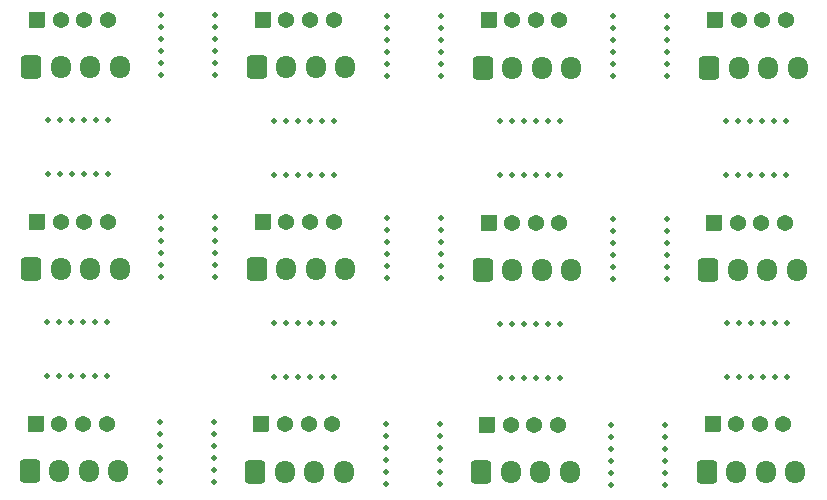
<source format=gbr>
%TF.GenerationSoftware,KiCad,Pcbnew,9.0.2*%
%TF.CreationDate,2025-05-19T21:39:43+01:00*%
%TF.ProjectId,grove_adaptor_panel,67726f76-655f-4616-9461-70746f725f70,rev?*%
%TF.SameCoordinates,Original*%
%TF.FileFunction,Soldermask,Top*%
%TF.FilePolarity,Negative*%
%FSLAX46Y46*%
G04 Gerber Fmt 4.6, Leading zero omitted, Abs format (unit mm)*
G04 Created by KiCad (PCBNEW 9.0.2) date 2025-05-19 21:39:43*
%MOMM*%
%LPD*%
G01*
G04 APERTURE LIST*
G04 Aperture macros list*
%AMRoundRect*
0 Rectangle with rounded corners*
0 $1 Rounding radius*
0 $2 $3 $4 $5 $6 $7 $8 $9 X,Y pos of 4 corners*
0 Add a 4 corners polygon primitive as box body*
4,1,4,$2,$3,$4,$5,$6,$7,$8,$9,$2,$3,0*
0 Add four circle primitives for the rounded corners*
1,1,$1+$1,$2,$3*
1,1,$1+$1,$4,$5*
1,1,$1+$1,$6,$7*
1,1,$1+$1,$8,$9*
0 Add four rect primitives between the rounded corners*
20,1,$1+$1,$2,$3,$4,$5,0*
20,1,$1+$1,$4,$5,$6,$7,0*
20,1,$1+$1,$6,$7,$8,$9,0*
20,1,$1+$1,$8,$9,$2,$3,0*%
G04 Aperture macros list end*
%ADD10C,0.500000*%
%ADD11RoundRect,0.050800X-0.635000X-0.635000X0.635000X-0.635000X0.635000X0.635000X-0.635000X0.635000X0*%
%ADD12C,1.371600*%
%ADD13RoundRect,0.250000X-0.600000X-0.725000X0.600000X-0.725000X0.600000X0.725000X-0.600000X0.725000X0*%
%ADD14O,1.700000X1.950000*%
G04 APERTURE END LIST*
D10*
%TO.C,mouse-bite-5mm-slot*%
X162179000Y-102997000D03*
X162179000Y-98425000D03*
X158115000Y-98425000D03*
X160147000Y-98425000D03*
X159131000Y-102997000D03*
X157099000Y-102997000D03*
X160147000Y-102997000D03*
X159131000Y-98425000D03*
X158115000Y-102997000D03*
X161163000Y-102997000D03*
X161163000Y-98425000D03*
X157099000Y-98425000D03*
%TD*%
%TO.C,mouse-bite-5mm-slot*%
X152082500Y-106676500D03*
X152082500Y-110740500D03*
X147510500Y-110740500D03*
X147510500Y-107692500D03*
X152082500Y-108708500D03*
X147510500Y-109724500D03*
X147510500Y-106676500D03*
X147510500Y-108708500D03*
X152082500Y-109724500D03*
X152082500Y-107692500D03*
X152082500Y-111756500D03*
X147510500Y-111756500D03*
%TD*%
%TO.C,mouse-bite-5mm-slot*%
X143005500Y-120138500D03*
X143005500Y-115566500D03*
X138941500Y-115566500D03*
X140973500Y-115566500D03*
X139957500Y-120138500D03*
X137925500Y-120138500D03*
X140973500Y-120138500D03*
X139957500Y-115566500D03*
X138941500Y-120138500D03*
X141989500Y-120138500D03*
X141989500Y-115566500D03*
X137925500Y-115566500D03*
%TD*%
D11*
%TO.C,J2*%
X136993000Y-107022000D03*
D12*
X138993000Y-107022000D03*
X140993000Y-107022000D03*
X142993000Y-107022000D03*
%TD*%
D13*
%TO.C,J1*%
X136493000Y-111022000D03*
D14*
X138993000Y-111022000D03*
X141493000Y-111022000D03*
X143993000Y-111022000D03*
%TD*%
D11*
%TO.C,J2*%
X156170000Y-89877000D03*
D12*
X158170000Y-89877000D03*
X160170000Y-89877000D03*
X162170000Y-89877000D03*
%TD*%
D13*
%TO.C,J1*%
X155670000Y-93877000D03*
D14*
X158170000Y-93877000D03*
X160670000Y-93877000D03*
X163170000Y-93877000D03*
%TD*%
D10*
%TO.C,mouse-bite-5mm-slot*%
X152082500Y-89531500D03*
X152082500Y-93595500D03*
X147510500Y-93595500D03*
X147510500Y-90547500D03*
X152082500Y-91563500D03*
X147510500Y-92579500D03*
X147510500Y-89531500D03*
X147510500Y-91563500D03*
X152082500Y-92579500D03*
X152082500Y-90547500D03*
X152082500Y-94611500D03*
X147510500Y-94611500D03*
%TD*%
%TO.C,mouse-bite-5mm-slot*%
X143005500Y-102993500D03*
X143005500Y-98421500D03*
X138941500Y-98421500D03*
X140973500Y-98421500D03*
X139957500Y-102993500D03*
X137925500Y-102993500D03*
X140973500Y-102993500D03*
X139957500Y-98421500D03*
X138941500Y-102993500D03*
X141989500Y-102993500D03*
X141989500Y-98421500D03*
X137925500Y-98421500D03*
%TD*%
D11*
%TO.C,J2*%
X136993000Y-89877000D03*
D12*
X138993000Y-89877000D03*
X140993000Y-89877000D03*
X142993000Y-89877000D03*
%TD*%
D13*
%TO.C,J1*%
X136493000Y-93877000D03*
D14*
X138993000Y-93877000D03*
X141493000Y-93877000D03*
X143993000Y-93877000D03*
%TD*%
D10*
%TO.C,mouse-bite-5mm-slot*%
X132969000Y-106613000D03*
X132969000Y-110677000D03*
X128397000Y-110677000D03*
X128397000Y-107629000D03*
X132969000Y-108645000D03*
X128397000Y-109661000D03*
X128397000Y-106613000D03*
X128397000Y-108645000D03*
X132969000Y-109661000D03*
X132969000Y-107629000D03*
X132969000Y-111693000D03*
X128397000Y-111693000D03*
%TD*%
%TO.C,mouse-bite-5mm-slot*%
X123892000Y-120075000D03*
X123892000Y-115503000D03*
X119828000Y-115503000D03*
X121860000Y-115503000D03*
X120844000Y-120075000D03*
X118812000Y-120075000D03*
X121860000Y-120075000D03*
X120844000Y-115503000D03*
X119828000Y-120075000D03*
X122876000Y-120075000D03*
X122876000Y-115503000D03*
X118812000Y-115503000D03*
%TD*%
%TO.C,mouse-bite-5mm-slot*%
X109280000Y-111629500D03*
X113852000Y-111629500D03*
X113852000Y-107565500D03*
X113852000Y-109597500D03*
X109280000Y-108581500D03*
X109280000Y-106549500D03*
X109280000Y-109597500D03*
X113852000Y-108581500D03*
X109280000Y-107565500D03*
X109280000Y-110613500D03*
X113852000Y-110613500D03*
X113852000Y-106549500D03*
%TD*%
D11*
%TO.C,J2*%
X117879500Y-106958500D03*
D12*
X119879500Y-106958500D03*
X121879500Y-106958500D03*
X123879500Y-106958500D03*
%TD*%
D13*
%TO.C,J1*%
X117379500Y-110958500D03*
D14*
X119879500Y-110958500D03*
X122379500Y-110958500D03*
X124879500Y-110958500D03*
%TD*%
D13*
%TO.C,J1*%
X98149000Y-128065500D03*
D14*
X100649000Y-128065500D03*
X103149000Y-128065500D03*
X105649000Y-128065500D03*
%TD*%
D11*
%TO.C,J2*%
X98649000Y-124065500D03*
D12*
X100649000Y-124065500D03*
X102649000Y-124065500D03*
X104649000Y-124065500D03*
%TD*%
D10*
%TO.C,mouse-bite-5mm-slot*%
X157166000Y-115506500D03*
X161230000Y-115506500D03*
X161230000Y-120078500D03*
X158182000Y-120078500D03*
X159198000Y-115506500D03*
X160214000Y-120078500D03*
X157166000Y-120078500D03*
X159198000Y-120078500D03*
X160214000Y-115506500D03*
X158182000Y-115506500D03*
X162246000Y-115506500D03*
X162246000Y-120078500D03*
%TD*%
%TO.C,mouse-bite-5mm-slot*%
X151955500Y-124146000D03*
X151955500Y-128210000D03*
X147383500Y-128210000D03*
X147383500Y-125162000D03*
X151955500Y-126178000D03*
X147383500Y-127194000D03*
X147383500Y-124146000D03*
X147383500Y-126178000D03*
X151955500Y-127194000D03*
X151955500Y-125162000D03*
X151955500Y-129226000D03*
X147383500Y-129226000D03*
%TD*%
%TO.C,mouse-bite-5mm-slot*%
X99635000Y-115443000D03*
X103699000Y-115443000D03*
X103699000Y-120015000D03*
X100651000Y-120015000D03*
X101667000Y-115443000D03*
X102683000Y-120015000D03*
X99635000Y-120015000D03*
X101667000Y-120015000D03*
X102683000Y-115443000D03*
X100651000Y-115443000D03*
X104715000Y-115443000D03*
X104715000Y-120015000D03*
%TD*%
%TO.C,mouse-bite-5mm-slot*%
X113728500Y-123888500D03*
X113728500Y-127952500D03*
X109156500Y-127952500D03*
X109156500Y-124904500D03*
X113728500Y-125920500D03*
X109156500Y-126936500D03*
X109156500Y-123888500D03*
X109156500Y-125920500D03*
X113728500Y-126936500D03*
X113728500Y-124904500D03*
X113728500Y-128968500D03*
X109156500Y-128968500D03*
%TD*%
%TO.C,mouse-bite-5mm-slot*%
X128270000Y-129099000D03*
X132842000Y-129099000D03*
X132842000Y-125035000D03*
X132842000Y-127067000D03*
X128270000Y-126051000D03*
X128270000Y-124019000D03*
X128270000Y-127067000D03*
X132842000Y-126051000D03*
X128270000Y-125035000D03*
X128270000Y-128083000D03*
X132842000Y-128083000D03*
X132842000Y-124019000D03*
%TD*%
%TO.C,mouse-bite-5mm-slot*%
X118812000Y-98361500D03*
X122876000Y-98361500D03*
X122876000Y-102933500D03*
X119828000Y-102933500D03*
X120844000Y-98361500D03*
X121860000Y-102933500D03*
X118812000Y-102933500D03*
X120844000Y-102933500D03*
X121860000Y-98361500D03*
X119828000Y-98361500D03*
X123892000Y-98361500D03*
X123892000Y-102933500D03*
%TD*%
%TO.C,mouse-bite-5mm-slot*%
X99695000Y-98298000D03*
X103759000Y-98298000D03*
X103759000Y-102870000D03*
X100711000Y-102870000D03*
X101727000Y-98298000D03*
X102743000Y-102870000D03*
X99695000Y-102870000D03*
X101727000Y-102870000D03*
X102743000Y-98298000D03*
X100711000Y-98298000D03*
X104775000Y-98298000D03*
X104775000Y-102870000D03*
%TD*%
D12*
%TO.C,J2*%
X104776000Y-106920500D03*
X102776000Y-106920500D03*
X100776000Y-106920500D03*
D11*
X98776000Y-106920500D03*
%TD*%
D14*
%TO.C,J1*%
X105776000Y-110920500D03*
X103276000Y-110920500D03*
X100776000Y-110920500D03*
D13*
X98276000Y-110920500D03*
%TD*%
D10*
%TO.C,mouse-bite-5mm-slot*%
X113852000Y-89408000D03*
X113852000Y-93472000D03*
X109280000Y-93472000D03*
X109280000Y-90424000D03*
X113852000Y-91440000D03*
X109280000Y-92456000D03*
X109280000Y-89408000D03*
X109280000Y-91440000D03*
X113852000Y-92456000D03*
X113852000Y-90424000D03*
X113852000Y-94488000D03*
X109280000Y-94488000D03*
%TD*%
%TO.C,mouse-bite-5mm-slot*%
X128397000Y-94551500D03*
X132969000Y-94551500D03*
X132969000Y-90487500D03*
X132969000Y-92519500D03*
X128397000Y-91503500D03*
X128397000Y-89471500D03*
X128397000Y-92519500D03*
X132969000Y-91503500D03*
X128397000Y-90487500D03*
X128397000Y-93535500D03*
X132969000Y-93535500D03*
X132969000Y-89471500D03*
%TD*%
D12*
%TO.C,J2*%
X161959500Y-124087500D03*
X159959500Y-124087500D03*
X157959500Y-124087500D03*
D11*
X155959500Y-124087500D03*
%TD*%
D12*
%TO.C,J2*%
X142856000Y-124151000D03*
X140856000Y-124151000D03*
X138856000Y-124151000D03*
D11*
X136856000Y-124151000D03*
%TD*%
D12*
%TO.C,J2*%
X123752500Y-124087500D03*
X121752500Y-124087500D03*
X119752500Y-124087500D03*
D11*
X117752500Y-124087500D03*
%TD*%
D12*
%TO.C,J2*%
X162086500Y-107025500D03*
X160086500Y-107025500D03*
X158086500Y-107025500D03*
D11*
X156086500Y-107025500D03*
%TD*%
D12*
%TO.C,J2*%
X123879500Y-89817000D03*
X121879500Y-89817000D03*
X119879500Y-89817000D03*
D11*
X117879500Y-89817000D03*
%TD*%
D14*
%TO.C,J1*%
X162959500Y-128087500D03*
X160459500Y-128087500D03*
X157959500Y-128087500D03*
D13*
X155459500Y-128087500D03*
%TD*%
D14*
%TO.C,J1*%
X143856000Y-128151000D03*
X141356000Y-128151000D03*
X138856000Y-128151000D03*
D13*
X136356000Y-128151000D03*
%TD*%
D14*
%TO.C,J1*%
X124752500Y-128087500D03*
X122252500Y-128087500D03*
X119752500Y-128087500D03*
D13*
X117252500Y-128087500D03*
%TD*%
D14*
%TO.C,J1*%
X163086500Y-111025500D03*
X160586500Y-111025500D03*
X158086500Y-111025500D03*
D13*
X155586500Y-111025500D03*
%TD*%
D14*
%TO.C,J1*%
X124879500Y-93817000D03*
X122379500Y-93817000D03*
X119879500Y-93817000D03*
D13*
X117379500Y-93817000D03*
%TD*%
D12*
%TO.C,J2*%
X104776000Y-89817000D03*
X102776000Y-89817000D03*
X100776000Y-89817000D03*
D11*
X98776000Y-89817000D03*
%TD*%
D14*
%TO.C,J1*%
X105776000Y-93817000D03*
X103276000Y-93817000D03*
X100776000Y-93817000D03*
D13*
X98276000Y-93817000D03*
%TD*%
M02*

</source>
